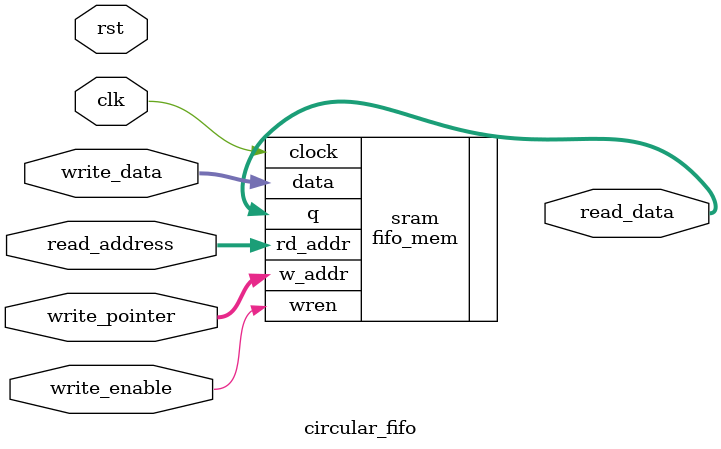
<source format=v>
module circular_fifo
       #(
        parameter DATA_WIDTH = 8,
        parameter ADDRESS_WIDTH = 8,
        parameter FIFO_DEPTH = 2**ADDRESS_WIDTH                              
       )
       (/*autoport*/
        //input
        input clk,
        input rst,
        input [DATA_WIDTH-1:0] write_data,
        input write_enable,
        input [ADDRESS_WIDTH-1:0] read_address,
        input [ADDRESS_WIDTH-1:0] write_pointer,
        //outputs
        output [DATA_WIDTH-1:0] read_data
        
       );

// always @(posedge clk or posedge rst) begin
//     if (rst) begin
//         write_pointer <= {ADDRESS_WIDTH{1'b0}};
//     end
//     else begin
//         if (write_enable) begin
//             write_pointer <= write_pointer + 1'b1;
//         end
//     end
// end

`ifdef SIMULATE

reg [DATA_WIDTH-1:0] mem [0:FIFO_DEPTH-1];

integer i;

always @(posedge clk or posedge rst) begin
    if (rst) begin
        for (i = 0; i < FIFO_DEPTH; i = i + 1)begin
            mem[i] <= {DATA_WIDTH{1'b0}};
        end
    end
    else begin
        if (write_enable) begin
            mem[write_pointer] <= write_data;
        end
    end
end

assign read_data = mem[read_address]; 

`else
//trocar por memoria para o fpga

fifo_mem sram
(
   .clock(clk), 
   .wren(write_enable), 
   .data(write_data), 
   .w_addr(write_pointer),
   .rd_addr(read_address),
   .q(read_data)
);

`endif

endmodule
</source>
